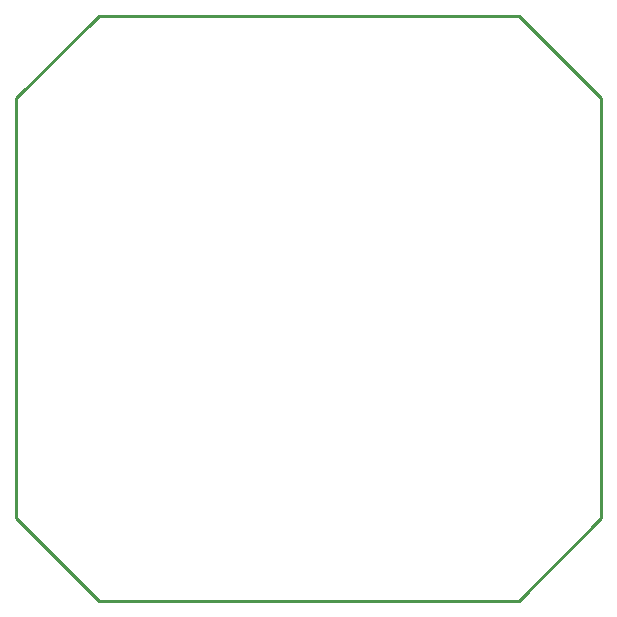
<source format=gtp>
G75*
%MOIN*%
%OFA0B0*%
%FSLAX25Y25*%
%IPPOS*%
%LPD*%
%AMOC8*
5,1,8,0,0,1.08239X$1,22.5*
%
%ADD10C,0.01000*%
D10*
X0001500Y0029000D02*
X0001500Y0169000D01*
X0029000Y0196461D01*
X0029000Y0196500D02*
X0169000Y0196500D01*
X0196500Y0169000D01*
X0196500Y0029000D01*
X0169000Y0001500D01*
X0029000Y0001500D01*
X0001500Y0029000D01*
M02*

</source>
